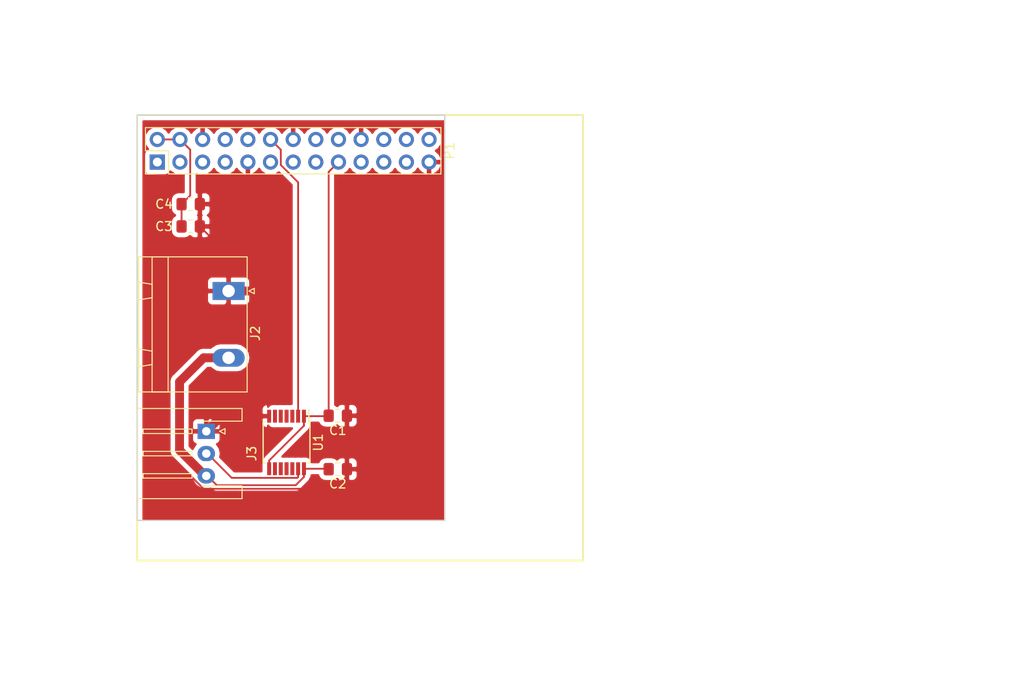
<source format=kicad_pcb>
(kicad_pcb (version 20171130) (host pcbnew "(5.0.0)")

  (general
    (thickness 1.6)
    (drawings 49)
    (tracks 59)
    (zones 0)
    (modules 8)
    (nets 31)
  )

  (page A3)
  (title_block
    (date "15 nov 2012")
  )

  (layers
    (0 F.Cu signal)
    (31 B.Cu signal)
    (32 B.Adhes user)
    (33 F.Adhes user)
    (34 B.Paste user)
    (35 F.Paste user)
    (36 B.SilkS user)
    (37 F.SilkS user)
    (38 B.Mask user)
    (39 F.Mask user)
    (40 Dwgs.User user)
    (41 Cmts.User user)
    (42 Eco1.User user)
    (43 Eco2.User user)
    (44 Edge.Cuts user)
  )

  (setup
    (last_trace_width 0.2)
    (user_trace_width 1)
    (trace_clearance 0.2)
    (zone_clearance 0.508)
    (zone_45_only no)
    (trace_min 0.1524)
    (segment_width 0.15)
    (edge_width 0.15)
    (via_size 0.9)
    (via_drill 0.6)
    (via_min_size 0.8)
    (via_min_drill 0.5)
    (uvia_size 0.5)
    (uvia_drill 0.1)
    (uvias_allowed no)
    (uvia_min_size 0.5)
    (uvia_min_drill 0.1)
    (pcb_text_width 0.3)
    (pcb_text_size 1 1)
    (mod_edge_width 0.15)
    (mod_text_size 1 1)
    (mod_text_width 0.15)
    (pad_size 1 1)
    (pad_drill 0.6)
    (pad_to_mask_clearance 0)
    (aux_axis_origin 143.5 181)
    (visible_elements 7FFFFFFF)
    (pcbplotparams
      (layerselection 0x00030_80000001)
      (usegerberextensions true)
      (usegerberattributes false)
      (usegerberadvancedattributes false)
      (creategerberjobfile false)
      (excludeedgelayer true)
      (linewidth 0.150000)
      (plotframeref false)
      (viasonmask false)
      (mode 1)
      (useauxorigin false)
      (hpglpennumber 1)
      (hpglpenspeed 20)
      (hpglpendiameter 15.000000)
      (psnegative false)
      (psa4output false)
      (plotreference true)
      (plotvalue true)
      (plotinvisibletext false)
      (padsonsilk false)
      (subtractmaskfromsilk false)
      (outputformat 1)
      (mirror false)
      (drillshape 1)
      (scaleselection 1)
      (outputdirectory ""))
  )

  (net 0 "")
  (net 1 +5V)
  (net 2 GND)
  (net 3 +3V3)
  (net 4 "/GPIO0(SDA)")
  (net 5 "/GPIO1(SCL)")
  (net 6 /GPIO4)
  (net 7 /TXD)
  (net 8 /RXD)
  (net 9 /GPIO17)
  (net 10 /GPIO18)
  (net 11 /GPIO21)
  (net 12 /GPIO22)
  (net 13 /GPIO23)
  (net 14 /GPIO24)
  (net 15 "/GPIO10(MOSI)")
  (net 16 "/GPIO9(MISO)")
  (net 17 /GPIO25)
  (net 18 "/GPIO11(SCLK)")
  (net 19 "/GPIO8(CE0)")
  (net 20 "/GPIO7(CE1)")
  (net 21 VDD)
  (net 22 "Net-(J3-Pad2)")
  (net 23 "Net-(U1-Pad3)")
  (net 24 "Net-(U1-Pad4)")
  (net 25 "Net-(U1-Pad5)")
  (net 26 "Net-(U1-Pad6)")
  (net 27 "Net-(U1-Pad9)")
  (net 28 "Net-(U1-Pad10)")
  (net 29 "Net-(U1-Pad11)")
  (net 30 "Net-(U1-Pad12)")

  (net_class Default "This is the default net class."
    (clearance 0.2)
    (trace_width 0.2)
    (via_dia 0.9)
    (via_drill 0.6)
    (uvia_dia 0.5)
    (uvia_drill 0.1)
    (add_net +3V3)
    (add_net +5V)
    (add_net "/GPIO0(SDA)")
    (add_net "/GPIO1(SCL)")
    (add_net "/GPIO10(MOSI)")
    (add_net "/GPIO11(SCLK)")
    (add_net /GPIO17)
    (add_net /GPIO18)
    (add_net /GPIO21)
    (add_net /GPIO22)
    (add_net /GPIO23)
    (add_net /GPIO24)
    (add_net /GPIO25)
    (add_net /GPIO4)
    (add_net "/GPIO7(CE1)")
    (add_net "/GPIO8(CE0)")
    (add_net "/GPIO9(MISO)")
    (add_net /RXD)
    (add_net /TXD)
    (add_net GND)
    (add_net "Net-(J3-Pad2)")
    (add_net "Net-(U1-Pad10)")
    (add_net "Net-(U1-Pad11)")
    (add_net "Net-(U1-Pad12)")
    (add_net "Net-(U1-Pad3)")
    (add_net "Net-(U1-Pad4)")
    (add_net "Net-(U1-Pad5)")
    (add_net "Net-(U1-Pad6)")
    (add_net "Net-(U1-Pad9)")
    (add_net VDD)
  )

  (net_class Power ""
    (clearance 0.2)
    (trace_width 0.5)
    (via_dia 1)
    (via_drill 0.7)
    (uvia_dia 0.5)
    (uvia_drill 0.1)
  )

  (module Connector_PinHeader_2.54mm:PinHeader_2x13_P2.54mm_Vertical locked (layer F.Cu) (tedit 59FED5CC) (tstamp 5A6DBEA3)
    (at 145.75536 130.27914 90)
    (descr "Through hole straight pin header, 2x13, 2.54mm pitch, double rows")
    (tags "Through hole pin header THT 2x13 2.54mm double row")
    (path /50A55ABA)
    (fp_text reference P1 (at 1.27 32.80664 270) (layer F.SilkS)
      (effects (font (size 1 1) (thickness 0.15)))
    )
    (fp_text value CONN_13X2 (at 1.27 32.81 90) (layer F.Fab)
      (effects (font (size 1 1) (thickness 0.15)))
    )
    (fp_text user %R (at 1.27 15.24 180) (layer F.Fab)
      (effects (font (size 1 1) (thickness 0.15)))
    )
    (fp_line (start 4.35 -1.8) (end -1.8 -1.8) (layer F.CrtYd) (width 0.05))
    (fp_line (start 4.35 32.25) (end 4.35 -1.8) (layer F.CrtYd) (width 0.05))
    (fp_line (start -1.8 32.25) (end 4.35 32.25) (layer F.CrtYd) (width 0.05))
    (fp_line (start -1.8 -1.8) (end -1.8 32.25) (layer F.CrtYd) (width 0.05))
    (fp_line (start -1.33 -1.33) (end 0 -1.33) (layer F.SilkS) (width 0.12))
    (fp_line (start -1.33 0) (end -1.33 -1.33) (layer F.SilkS) (width 0.12))
    (fp_line (start 1.27 -1.33) (end 3.87 -1.33) (layer F.SilkS) (width 0.12))
    (fp_line (start 1.27 1.27) (end 1.27 -1.33) (layer F.SilkS) (width 0.12))
    (fp_line (start -1.33 1.27) (end 1.27 1.27) (layer F.SilkS) (width 0.12))
    (fp_line (start 3.87 -1.33) (end 3.87 31.81) (layer F.SilkS) (width 0.12))
    (fp_line (start -1.33 1.27) (end -1.33 31.81) (layer F.SilkS) (width 0.12))
    (fp_line (start -1.33 31.81) (end 3.87 31.81) (layer F.SilkS) (width 0.12))
    (fp_line (start -1.27 0) (end 0 -1.27) (layer F.Fab) (width 0.1))
    (fp_line (start -1.27 31.75) (end -1.27 0) (layer F.Fab) (width 0.1))
    (fp_line (start 3.81 31.75) (end -1.27 31.75) (layer F.Fab) (width 0.1))
    (fp_line (start 3.81 -1.27) (end 3.81 31.75) (layer F.Fab) (width 0.1))
    (fp_line (start 0 -1.27) (end 3.81 -1.27) (layer F.Fab) (width 0.1))
    (pad 26 thru_hole oval (at 2.54 30.48 90) (size 1.7 1.7) (drill 1) (layers *.Cu *.Mask)
      (net 20 "/GPIO7(CE1)"))
    (pad 25 thru_hole oval (at 0 30.48 90) (size 1.7 1.7) (drill 1) (layers *.Cu *.Mask)
      (net 2 GND))
    (pad 24 thru_hole oval (at 2.54 27.94 90) (size 1.7 1.7) (drill 1) (layers *.Cu *.Mask)
      (net 19 "/GPIO8(CE0)"))
    (pad 23 thru_hole oval (at 0 27.94 90) (size 1.7 1.7) (drill 1) (layers *.Cu *.Mask)
      (net 18 "/GPIO11(SCLK)"))
    (pad 22 thru_hole oval (at 2.54 25.4 90) (size 1.7 1.7) (drill 1) (layers *.Cu *.Mask)
      (net 17 /GPIO25))
    (pad 21 thru_hole oval (at 0 25.4 90) (size 1.7 1.7) (drill 1) (layers *.Cu *.Mask)
      (net 16 "/GPIO9(MISO)"))
    (pad 20 thru_hole oval (at 2.54 22.86 90) (size 1.7 1.7) (drill 1) (layers *.Cu *.Mask)
      (net 2 GND))
    (pad 19 thru_hole oval (at 0 22.86 90) (size 1.7 1.7) (drill 1) (layers *.Cu *.Mask)
      (net 15 "/GPIO10(MOSI)"))
    (pad 18 thru_hole oval (at 2.54 20.32 90) (size 1.7 1.7) (drill 1) (layers *.Cu *.Mask)
      (net 14 /GPIO24))
    (pad 17 thru_hole oval (at 0 20.32 90) (size 1.7 1.7) (drill 1) (layers *.Cu *.Mask)
      (net 3 +3V3))
    (pad 16 thru_hole oval (at 2.54 17.78 90) (size 1.7 1.7) (drill 1) (layers *.Cu *.Mask)
      (net 13 /GPIO23))
    (pad 15 thru_hole oval (at 0 17.78 90) (size 1.7 1.7) (drill 1) (layers *.Cu *.Mask)
      (net 12 /GPIO22))
    (pad 14 thru_hole oval (at 2.54 15.24 90) (size 1.7 1.7) (drill 1) (layers *.Cu *.Mask)
      (net 2 GND))
    (pad 13 thru_hole oval (at 0 15.24 90) (size 1.7 1.7) (drill 1) (layers *.Cu *.Mask)
      (net 11 /GPIO21))
    (pad 12 thru_hole oval (at 2.54 12.7 90) (size 1.7 1.7) (drill 1) (layers *.Cu *.Mask)
      (net 10 /GPIO18))
    (pad 11 thru_hole oval (at 0 12.7 90) (size 1.7 1.7) (drill 1) (layers *.Cu *.Mask)
      (net 9 /GPIO17))
    (pad 10 thru_hole oval (at 2.54 10.16 90) (size 1.7 1.7) (drill 1) (layers *.Cu *.Mask)
      (net 8 /RXD))
    (pad 9 thru_hole oval (at 0 10.16 90) (size 1.7 1.7) (drill 1) (layers *.Cu *.Mask)
      (net 2 GND))
    (pad 8 thru_hole oval (at 2.54 7.62 90) (size 1.7 1.7) (drill 1) (layers *.Cu *.Mask)
      (net 7 /TXD))
    (pad 7 thru_hole oval (at 0 7.62 90) (size 1.7 1.7) (drill 1) (layers *.Cu *.Mask)
      (net 6 /GPIO4))
    (pad 6 thru_hole oval (at 2.54 5.08 90) (size 1.7 1.7) (drill 1) (layers *.Cu *.Mask)
      (net 2 GND))
    (pad 5 thru_hole oval (at 0 5.08 90) (size 1.7 1.7) (drill 1) (layers *.Cu *.Mask)
      (net 5 "/GPIO1(SCL)"))
    (pad 4 thru_hole oval (at 2.54 2.54 90) (size 1.7 1.7) (drill 1) (layers *.Cu *.Mask)
      (net 1 +5V))
    (pad 3 thru_hole oval (at 0 2.54 90) (size 1.7 1.7) (drill 1) (layers *.Cu *.Mask)
      (net 4 "/GPIO0(SDA)"))
    (pad 2 thru_hole oval (at 2.54 0 90) (size 1.7 1.7) (drill 1) (layers *.Cu *.Mask)
      (net 1 +5V))
    (pad 1 thru_hole rect (at 0 0 90) (size 1.7 1.7) (drill 1) (layers *.Cu *.Mask)
      (net 3 +3V3))
    (model ${KISYS3DMOD}/Connector_PinHeader_2.54mm.3dshapes/PinHeader_2x13_P2.54mm_Vertical.wrl
      (offset (xyz 2.5 0 -2))
      (scale (xyz 1 1 1))
      (rotate (xyz 0 -180 0))
    )
  )

  (module Capacitor_SMD:C_0805_2012Metric_Pad1.15x1.40mm_HandSolder (layer F.Cu) (tedit 5B36C52B) (tstamp 5B6DFEAF)
    (at 166 158.75 180)
    (descr "Capacitor SMD 0805 (2012 Metric), square (rectangular) end terminal, IPC_7351 nominal with elongated pad for handsoldering. (Body size source: https://docs.google.com/spreadsheets/d/1BsfQQcO9C6DZCsRaXUlFlo91Tg2WpOkGARC1WS5S8t0/edit?usp=sharing), generated with kicad-footprint-generator")
    (tags "capacitor handsolder")
    (path /5B61D30C)
    (attr smd)
    (fp_text reference C1 (at 0 -1.65 180) (layer F.SilkS)
      (effects (font (size 1 1) (thickness 0.15)))
    )
    (fp_text value 100n (at 0 1.65 180) (layer F.Fab)
      (effects (font (size 1 1) (thickness 0.15)))
    )
    (fp_line (start -1 0.6) (end -1 -0.6) (layer F.Fab) (width 0.1))
    (fp_line (start -1 -0.6) (end 1 -0.6) (layer F.Fab) (width 0.1))
    (fp_line (start 1 -0.6) (end 1 0.6) (layer F.Fab) (width 0.1))
    (fp_line (start 1 0.6) (end -1 0.6) (layer F.Fab) (width 0.1))
    (fp_line (start -0.261252 -0.71) (end 0.261252 -0.71) (layer F.SilkS) (width 0.12))
    (fp_line (start -0.261252 0.71) (end 0.261252 0.71) (layer F.SilkS) (width 0.12))
    (fp_line (start -1.85 0.95) (end -1.85 -0.95) (layer F.CrtYd) (width 0.05))
    (fp_line (start -1.85 -0.95) (end 1.85 -0.95) (layer F.CrtYd) (width 0.05))
    (fp_line (start 1.85 -0.95) (end 1.85 0.95) (layer F.CrtYd) (width 0.05))
    (fp_line (start 1.85 0.95) (end -1.85 0.95) (layer F.CrtYd) (width 0.05))
    (fp_text user %R (at 0 0 180) (layer F.Fab)
      (effects (font (size 0.5 0.5) (thickness 0.08)))
    )
    (pad 1 smd roundrect (at -1.025 0 180) (size 1.15 1.4) (layers F.Cu F.Paste F.Mask) (roundrect_rratio 0.217391)
      (net 2 GND))
    (pad 2 smd roundrect (at 1.025 0 180) (size 1.15 1.4) (layers F.Cu F.Paste F.Mask) (roundrect_rratio 0.217391)
      (net 3 +3V3))
    (model ${KISYS3DMOD}/Capacitor_SMD.3dshapes/C_0805_2012Metric.wrl
      (at (xyz 0 0 0))
      (scale (xyz 1 1 1))
      (rotate (xyz 0 0 0))
    )
  )

  (module Capacitor_SMD:C_0805_2012Metric_Pad1.15x1.40mm_HandSolder (layer F.Cu) (tedit 5B36C52B) (tstamp 5B6DFEC0)
    (at 166 164.75 180)
    (descr "Capacitor SMD 0805 (2012 Metric), square (rectangular) end terminal, IPC_7351 nominal with elongated pad for handsoldering. (Body size source: https://docs.google.com/spreadsheets/d/1BsfQQcO9C6DZCsRaXUlFlo91Tg2WpOkGARC1WS5S8t0/edit?usp=sharing), generated with kicad-footprint-generator")
    (tags "capacitor handsolder")
    (path /5B62537A)
    (attr smd)
    (fp_text reference C2 (at 0 -1.65 180) (layer F.SilkS)
      (effects (font (size 1 1) (thickness 0.15)))
    )
    (fp_text value 100n (at 0 1.65 180) (layer F.Fab)
      (effects (font (size 1 1) (thickness 0.15)))
    )
    (fp_text user %R (at 0 0 180) (layer F.Fab)
      (effects (font (size 0.5 0.5) (thickness 0.08)))
    )
    (fp_line (start 1.85 0.95) (end -1.85 0.95) (layer F.CrtYd) (width 0.05))
    (fp_line (start 1.85 -0.95) (end 1.85 0.95) (layer F.CrtYd) (width 0.05))
    (fp_line (start -1.85 -0.95) (end 1.85 -0.95) (layer F.CrtYd) (width 0.05))
    (fp_line (start -1.85 0.95) (end -1.85 -0.95) (layer F.CrtYd) (width 0.05))
    (fp_line (start -0.261252 0.71) (end 0.261252 0.71) (layer F.SilkS) (width 0.12))
    (fp_line (start -0.261252 -0.71) (end 0.261252 -0.71) (layer F.SilkS) (width 0.12))
    (fp_line (start 1 0.6) (end -1 0.6) (layer F.Fab) (width 0.1))
    (fp_line (start 1 -0.6) (end 1 0.6) (layer F.Fab) (width 0.1))
    (fp_line (start -1 -0.6) (end 1 -0.6) (layer F.Fab) (width 0.1))
    (fp_line (start -1 0.6) (end -1 -0.6) (layer F.Fab) (width 0.1))
    (pad 2 smd roundrect (at 1.025 0 180) (size 1.15 1.4) (layers F.Cu F.Paste F.Mask) (roundrect_rratio 0.217391)
      (net 21 VDD))
    (pad 1 smd roundrect (at -1.025 0 180) (size 1.15 1.4) (layers F.Cu F.Paste F.Mask) (roundrect_rratio 0.217391)
      (net 2 GND))
    (model ${KISYS3DMOD}/Capacitor_SMD.3dshapes/C_0805_2012Metric.wrl
      (at (xyz 0 0 0))
      (scale (xyz 1 1 1))
      (rotate (xyz 0 0 0))
    )
  )

  (module Capacitor_SMD:C_0805_2012Metric_Pad1.15x1.40mm_HandSolder (layer F.Cu) (tedit 5B36C52B) (tstamp 5B6DFED1)
    (at 149.5 137.5)
    (descr "Capacitor SMD 0805 (2012 Metric), square (rectangular) end terminal, IPC_7351 nominal with elongated pad for handsoldering. (Body size source: https://docs.google.com/spreadsheets/d/1BsfQQcO9C6DZCsRaXUlFlo91Tg2WpOkGARC1WS5S8t0/edit?usp=sharing), generated with kicad-footprint-generator")
    (tags "capacitor handsolder")
    (path /5B6268EF)
    (attr smd)
    (fp_text reference C3 (at -3 0) (layer F.SilkS)
      (effects (font (size 1 1) (thickness 0.15)))
    )
    (fp_text value 10u (at 0 1.65) (layer F.Fab)
      (effects (font (size 1 1) (thickness 0.15)))
    )
    (fp_line (start -1 0.6) (end -1 -0.6) (layer F.Fab) (width 0.1))
    (fp_line (start -1 -0.6) (end 1 -0.6) (layer F.Fab) (width 0.1))
    (fp_line (start 1 -0.6) (end 1 0.6) (layer F.Fab) (width 0.1))
    (fp_line (start 1 0.6) (end -1 0.6) (layer F.Fab) (width 0.1))
    (fp_line (start -0.261252 -0.71) (end 0.261252 -0.71) (layer F.SilkS) (width 0.12))
    (fp_line (start -0.261252 0.71) (end 0.261252 0.71) (layer F.SilkS) (width 0.12))
    (fp_line (start -1.85 0.95) (end -1.85 -0.95) (layer F.CrtYd) (width 0.05))
    (fp_line (start -1.85 -0.95) (end 1.85 -0.95) (layer F.CrtYd) (width 0.05))
    (fp_line (start 1.85 -0.95) (end 1.85 0.95) (layer F.CrtYd) (width 0.05))
    (fp_line (start 1.85 0.95) (end -1.85 0.95) (layer F.CrtYd) (width 0.05))
    (fp_text user %R (at 0 0) (layer F.Fab)
      (effects (font (size 0.5 0.5) (thickness 0.08)))
    )
    (pad 1 smd roundrect (at -1.025 0) (size 1.15 1.4) (layers F.Cu F.Paste F.Mask) (roundrect_rratio 0.217391)
      (net 1 +5V))
    (pad 2 smd roundrect (at 1.025 0) (size 1.15 1.4) (layers F.Cu F.Paste F.Mask) (roundrect_rratio 0.217391)
      (net 2 GND))
    (model ${KISYS3DMOD}/Capacitor_SMD.3dshapes/C_0805_2012Metric.wrl
      (at (xyz 0 0 0))
      (scale (xyz 1 1 1))
      (rotate (xyz 0 0 0))
    )
  )

  (module Capacitor_SMD:C_0805_2012Metric_Pad1.15x1.40mm_HandSolder (layer F.Cu) (tedit 5B36C52B) (tstamp 5B6DFEE2)
    (at 149.5 135)
    (descr "Capacitor SMD 0805 (2012 Metric), square (rectangular) end terminal, IPC_7351 nominal with elongated pad for handsoldering. (Body size source: https://docs.google.com/spreadsheets/d/1BsfQQcO9C6DZCsRaXUlFlo91Tg2WpOkGARC1WS5S8t0/edit?usp=sharing), generated with kicad-footprint-generator")
    (tags "capacitor handsolder")
    (path /5B62696B)
    (attr smd)
    (fp_text reference C4 (at -3 0) (layer F.SilkS)
      (effects (font (size 1 1) (thickness 0.15)))
    )
    (fp_text value 10u (at 0 1.65) (layer F.Fab)
      (effects (font (size 1 1) (thickness 0.15)))
    )
    (fp_text user %R (at 0 0) (layer F.Fab)
      (effects (font (size 0.5 0.5) (thickness 0.08)))
    )
    (fp_line (start 1.85 0.95) (end -1.85 0.95) (layer F.CrtYd) (width 0.05))
    (fp_line (start 1.85 -0.95) (end 1.85 0.95) (layer F.CrtYd) (width 0.05))
    (fp_line (start -1.85 -0.95) (end 1.85 -0.95) (layer F.CrtYd) (width 0.05))
    (fp_line (start -1.85 0.95) (end -1.85 -0.95) (layer F.CrtYd) (width 0.05))
    (fp_line (start -0.261252 0.71) (end 0.261252 0.71) (layer F.SilkS) (width 0.12))
    (fp_line (start -0.261252 -0.71) (end 0.261252 -0.71) (layer F.SilkS) (width 0.12))
    (fp_line (start 1 0.6) (end -1 0.6) (layer F.Fab) (width 0.1))
    (fp_line (start 1 -0.6) (end 1 0.6) (layer F.Fab) (width 0.1))
    (fp_line (start -1 -0.6) (end 1 -0.6) (layer F.Fab) (width 0.1))
    (fp_line (start -1 0.6) (end -1 -0.6) (layer F.Fab) (width 0.1))
    (pad 2 smd roundrect (at 1.025 0) (size 1.15 1.4) (layers F.Cu F.Paste F.Mask) (roundrect_rratio 0.217391)
      (net 2 GND))
    (pad 1 smd roundrect (at -1.025 0) (size 1.15 1.4) (layers F.Cu F.Paste F.Mask) (roundrect_rratio 0.217391)
      (net 1 +5V))
    (model ${KISYS3DMOD}/Capacitor_SMD.3dshapes/C_0805_2012Metric.wrl
      (at (xyz 0 0 0))
      (scale (xyz 1 1 1))
      (rotate (xyz 0 0 0))
    )
  )

  (module Connector_Phoenix_GMSTB:PhoenixContact_GMSTBA_2,5_2-G_1x02_P7.50mm_Horizontal (layer F.Cu) (tedit 5A00FA1F) (tstamp 5B6DFF06)
    (at 153.75 144.75 270)
    (descr "Generic Phoenix Contact connector footprint for: GMSTBA_2,5/2-G; number of pins: 02; pin pitch: 7.50mm; Angled || order number: 1766343 12A 630V")
    (tags "phoenix_contact connector GMSTBA_01x02_G_7.50mm")
    (path /5B617D4C)
    (fp_text reference J2 (at 4.75 -3 270) (layer F.SilkS)
      (effects (font (size 1 1) (thickness 0.15)))
    )
    (fp_text value Power_LEDs (at 3.75 11 270) (layer F.Fab)
      (effects (font (size 1 1) (thickness 0.15)))
    )
    (fp_line (start -3.83 -2.08) (end -3.83 10.08) (layer F.SilkS) (width 0.12))
    (fp_line (start -3.83 10.08) (end 11.33 10.08) (layer F.SilkS) (width 0.12))
    (fp_line (start 11.33 10.08) (end 11.33 -2.08) (layer F.SilkS) (width 0.12))
    (fp_line (start 11.33 -2.08) (end -3.83 -2.08) (layer F.SilkS) (width 0.12))
    (fp_line (start -3.75 -2) (end -3.75 10) (layer F.Fab) (width 0.1))
    (fp_line (start -3.75 10) (end 11.25 10) (layer F.Fab) (width 0.1))
    (fp_line (start 11.25 10) (end 11.25 -2) (layer F.Fab) (width 0.1))
    (fp_line (start 11.25 -2) (end -3.75 -2) (layer F.Fab) (width 0.1))
    (fp_line (start -3.83 8.58) (end -3.83 6.78) (layer F.SilkS) (width 0.12))
    (fp_line (start -3.83 6.78) (end 11.33 6.78) (layer F.SilkS) (width 0.12))
    (fp_line (start 11.33 6.78) (end 11.33 8.58) (layer F.SilkS) (width 0.12))
    (fp_line (start 11.33 8.58) (end -3.83 8.58) (layer F.SilkS) (width 0.12))
    (fp_line (start -1 10.08) (end 1 10.08) (layer F.SilkS) (width 0.12))
    (fp_line (start 1 10.08) (end 0.75 8.58) (layer F.SilkS) (width 0.12))
    (fp_line (start 0.75 8.58) (end -0.75 8.58) (layer F.SilkS) (width 0.12))
    (fp_line (start -0.75 8.58) (end -1 10.08) (layer F.SilkS) (width 0.12))
    (fp_line (start 6.5 10.08) (end 8.5 10.08) (layer F.SilkS) (width 0.12))
    (fp_line (start 8.5 10.08) (end 8.25 8.58) (layer F.SilkS) (width 0.12))
    (fp_line (start 8.25 8.58) (end 6.75 8.58) (layer F.SilkS) (width 0.12))
    (fp_line (start 6.75 8.58) (end 6.5 10.08) (layer F.SilkS) (width 0.12))
    (fp_line (start -4.25 -2.5) (end -4.25 10.5) (layer F.CrtYd) (width 0.05))
    (fp_line (start -4.25 10.5) (end 11.75 10.5) (layer F.CrtYd) (width 0.05))
    (fp_line (start 11.75 10.5) (end 11.75 -2.5) (layer F.CrtYd) (width 0.05))
    (fp_line (start 11.75 -2.5) (end -4.25 -2.5) (layer F.CrtYd) (width 0.05))
    (fp_line (start 0.3 -2.88) (end 0 -2.28) (layer F.SilkS) (width 0.12))
    (fp_line (start 0 -2.28) (end -0.3 -2.88) (layer F.SilkS) (width 0.12))
    (fp_line (start -0.3 -2.88) (end 0.3 -2.88) (layer F.SilkS) (width 0.12))
    (fp_line (start 0.95 -2) (end 0 -0.5) (layer F.Fab) (width 0.1))
    (fp_line (start 0 -0.5) (end -0.95 -2) (layer F.Fab) (width 0.1))
    (fp_text user %R (at 4.75 3 270) (layer F.Fab)
      (effects (font (size 1 1) (thickness 0.15)))
    )
    (pad 1 thru_hole rect (at 0 0 270) (size 2 3.6) (drill 1.4) (layers *.Cu *.Mask)
      (net 2 GND))
    (pad 2 thru_hole oval (at 7.5 0 270) (size 2 3.6) (drill 1.4) (layers *.Cu *.Mask)
      (net 21 VDD))
    (model ${KISYS3DMOD}/Connector_Phoenix_GMSTB.3dshapes/PhoenixContact_GMSTBA_2,5_2-G_1x02_P7.50mm_Horizontal.wrl
      (at (xyz 0 0 0))
      (scale (xyz 1 1 1))
      (rotate (xyz 0 0 0))
    )
  )

  (module Connector_JST:JST_XH_S03B-XH-A-1_1x03_P2.50mm_Horizontal (layer F.Cu) (tedit 5A0F0EAA) (tstamp 5B6DFF35)
    (at 151.25 160.5 270)
    (descr "JST XH series connector, S03B-XH-A-1 (http://www.jst-mfg.com/product/pdf/eng/eXH.pdf), generated with kicad-footprint-generator")
    (tags "connector JST XH top entry")
    (path /5B618089)
    (fp_text reference J3 (at 2.5 -5.1 270) (layer F.SilkS)
      (effects (font (size 1 1) (thickness 0.15)))
    )
    (fp_text value Output_LEDs (at 2.5 8.8 270) (layer F.Fab)
      (effects (font (size 1 1) (thickness 0.15)))
    )
    (fp_line (start -2.95 -4.4) (end -2.95 8.1) (layer F.CrtYd) (width 0.05))
    (fp_line (start -2.95 8.1) (end 7.95 8.1) (layer F.CrtYd) (width 0.05))
    (fp_line (start 7.95 8.1) (end 7.95 -4.4) (layer F.CrtYd) (width 0.05))
    (fp_line (start 7.95 -4.4) (end -2.95 -4.4) (layer F.CrtYd) (width 0.05))
    (fp_line (start 2.5 7.71) (end -2.56 7.71) (layer F.SilkS) (width 0.12))
    (fp_line (start -2.56 7.71) (end -2.56 -4.01) (layer F.SilkS) (width 0.12))
    (fp_line (start -2.56 -4.01) (end -1.14 -4.01) (layer F.SilkS) (width 0.12))
    (fp_line (start -1.14 -4.01) (end -1.14 0.49) (layer F.SilkS) (width 0.12))
    (fp_line (start 2.5 7.71) (end 7.56 7.71) (layer F.SilkS) (width 0.12))
    (fp_line (start 7.56 7.71) (end 7.56 -4.01) (layer F.SilkS) (width 0.12))
    (fp_line (start 7.56 -4.01) (end 6.14 -4.01) (layer F.SilkS) (width 0.12))
    (fp_line (start 6.14 -4.01) (end 6.14 0.49) (layer F.SilkS) (width 0.12))
    (fp_line (start 2.5 7.6) (end -2.45 7.6) (layer F.Fab) (width 0.1))
    (fp_line (start -2.45 7.6) (end -2.45 -3.9) (layer F.Fab) (width 0.1))
    (fp_line (start -2.45 -3.9) (end -1.25 -3.9) (layer F.Fab) (width 0.1))
    (fp_line (start -1.25 -3.9) (end -1.25 0.6) (layer F.Fab) (width 0.1))
    (fp_line (start -1.25 0.6) (end 2.5 0.6) (layer F.Fab) (width 0.1))
    (fp_line (start 2.5 7.6) (end 7.45 7.6) (layer F.Fab) (width 0.1))
    (fp_line (start 7.45 7.6) (end 7.45 -3.9) (layer F.Fab) (width 0.1))
    (fp_line (start 7.45 -3.9) (end 6.25 -3.9) (layer F.Fab) (width 0.1))
    (fp_line (start 6.25 -3.9) (end 6.25 0.6) (layer F.Fab) (width 0.1))
    (fp_line (start 6.25 0.6) (end 2.5 0.6) (layer F.Fab) (width 0.1))
    (fp_line (start -0.25 1.6) (end -0.25 7.1) (layer F.SilkS) (width 0.12))
    (fp_line (start -0.25 7.1) (end 0.25 7.1) (layer F.SilkS) (width 0.12))
    (fp_line (start 0.25 7.1) (end 0.25 1.6) (layer F.SilkS) (width 0.12))
    (fp_line (start 0.25 1.6) (end -0.25 1.6) (layer F.SilkS) (width 0.12))
    (fp_line (start 2.25 1.6) (end 2.25 7.1) (layer F.SilkS) (width 0.12))
    (fp_line (start 2.25 7.1) (end 2.75 7.1) (layer F.SilkS) (width 0.12))
    (fp_line (start 2.75 7.1) (end 2.75 1.6) (layer F.SilkS) (width 0.12))
    (fp_line (start 2.75 1.6) (end 2.25 1.6) (layer F.SilkS) (width 0.12))
    (fp_line (start 4.75 1.6) (end 4.75 7.1) (layer F.SilkS) (width 0.12))
    (fp_line (start 4.75 7.1) (end 5.25 7.1) (layer F.SilkS) (width 0.12))
    (fp_line (start 5.25 7.1) (end 5.25 1.6) (layer F.SilkS) (width 0.12))
    (fp_line (start 5.25 1.6) (end 4.75 1.6) (layer F.SilkS) (width 0.12))
    (fp_line (start 0 -1.5) (end -0.3 -2.1) (layer F.SilkS) (width 0.12))
    (fp_line (start -0.3 -2.1) (end 0.3 -2.1) (layer F.SilkS) (width 0.12))
    (fp_line (start 0.3 -2.1) (end 0 -1.5) (layer F.SilkS) (width 0.12))
    (fp_line (start -0.625 0.6) (end 0 -0.4) (layer F.Fab) (width 0.1))
    (fp_line (start 0 -0.4) (end 0.625 0.6) (layer F.Fab) (width 0.1))
    (fp_text user %R (at 2.5 1.85 270) (layer F.Fab)
      (effects (font (size 1 1) (thickness 0.15)))
    )
    (pad 1 thru_hole rect (at 0 0 270) (size 1.7 1.95) (drill 0.95) (layers *.Cu *.Mask)
      (net 2 GND))
    (pad 2 thru_hole oval (at 2.5 0 270) (size 1.7 1.95) (drill 0.95) (layers *.Cu *.Mask)
      (net 22 "Net-(J3-Pad2)"))
    (pad 3 thru_hole oval (at 5 0 270) (size 1.7 1.95) (drill 0.95) (layers *.Cu *.Mask)
      (net 21 VDD))
    (model ${KISYS3DMOD}/Connector_JST.3dshapes/JST_XH_S03B-XH-A-1_1x03_P2.50mm_Horizontal.wrl
      (at (xyz 0 0 0))
      (scale (xyz 1 1 1))
      (rotate (xyz 0 0 0))
    )
  )

  (module Package_SO:TSSOP-14_4.4x5mm_P0.65mm (layer F.Cu) (tedit 5A02F25C) (tstamp 5B6DFF58)
    (at 160.25 161.75 270)
    (descr "14-Lead Plastic Thin Shrink Small Outline (ST)-4.4 mm Body [TSSOP] (see Microchip Packaging Specification 00000049BS.pdf)")
    (tags "SSOP 0.65")
    (path /5B61A231)
    (attr smd)
    (fp_text reference U1 (at 0 -3.55 270) (layer F.SilkS)
      (effects (font (size 1 1) (thickness 0.15)))
    )
    (fp_text value TXB0104PW (at 0 3.55 270) (layer F.Fab)
      (effects (font (size 1 1) (thickness 0.15)))
    )
    (fp_line (start -1.2 -2.5) (end 2.2 -2.5) (layer F.Fab) (width 0.15))
    (fp_line (start 2.2 -2.5) (end 2.2 2.5) (layer F.Fab) (width 0.15))
    (fp_line (start 2.2 2.5) (end -2.2 2.5) (layer F.Fab) (width 0.15))
    (fp_line (start -2.2 2.5) (end -2.2 -1.5) (layer F.Fab) (width 0.15))
    (fp_line (start -2.2 -1.5) (end -1.2 -2.5) (layer F.Fab) (width 0.15))
    (fp_line (start -3.95 -2.8) (end -3.95 2.8) (layer F.CrtYd) (width 0.05))
    (fp_line (start 3.95 -2.8) (end 3.95 2.8) (layer F.CrtYd) (width 0.05))
    (fp_line (start -3.95 -2.8) (end 3.95 -2.8) (layer F.CrtYd) (width 0.05))
    (fp_line (start -3.95 2.8) (end 3.95 2.8) (layer F.CrtYd) (width 0.05))
    (fp_line (start -2.325 -2.625) (end -2.325 -2.5) (layer F.SilkS) (width 0.15))
    (fp_line (start 2.325 -2.625) (end 2.325 -2.4) (layer F.SilkS) (width 0.15))
    (fp_line (start 2.325 2.625) (end 2.325 2.4) (layer F.SilkS) (width 0.15))
    (fp_line (start -2.325 2.625) (end -2.325 2.4) (layer F.SilkS) (width 0.15))
    (fp_line (start -2.325 -2.625) (end 2.325 -2.625) (layer F.SilkS) (width 0.15))
    (fp_line (start -2.325 2.625) (end 2.325 2.625) (layer F.SilkS) (width 0.15))
    (fp_line (start -2.325 -2.5) (end -3.675 -2.5) (layer F.SilkS) (width 0.15))
    (fp_text user %R (at 0 0 270) (layer F.Fab)
      (effects (font (size 0.8 0.8) (thickness 0.15)))
    )
    (pad 1 smd rect (at -2.95 -1.95 270) (size 1.45 0.45) (layers F.Cu F.Paste F.Mask)
      (net 3 +3V3))
    (pad 2 smd rect (at -2.95 -1.3 270) (size 1.45 0.45) (layers F.Cu F.Paste F.Mask)
      (net 10 /GPIO18))
    (pad 3 smd rect (at -2.95 -0.65 270) (size 1.45 0.45) (layers F.Cu F.Paste F.Mask)
      (net 23 "Net-(U1-Pad3)"))
    (pad 4 smd rect (at -2.95 0 270) (size 1.45 0.45) (layers F.Cu F.Paste F.Mask)
      (net 24 "Net-(U1-Pad4)"))
    (pad 5 smd rect (at -2.95 0.65 270) (size 1.45 0.45) (layers F.Cu F.Paste F.Mask)
      (net 25 "Net-(U1-Pad5)"))
    (pad 6 smd rect (at -2.95 1.3 270) (size 1.45 0.45) (layers F.Cu F.Paste F.Mask)
      (net 26 "Net-(U1-Pad6)"))
    (pad 7 smd rect (at -2.95 1.95 270) (size 1.45 0.45) (layers F.Cu F.Paste F.Mask)
      (net 2 GND))
    (pad 8 smd rect (at 2.95 1.95 270) (size 1.45 0.45) (layers F.Cu F.Paste F.Mask)
      (net 3 +3V3))
    (pad 9 smd rect (at 2.95 1.3 270) (size 1.45 0.45) (layers F.Cu F.Paste F.Mask)
      (net 27 "Net-(U1-Pad9)"))
    (pad 10 smd rect (at 2.95 0.65 270) (size 1.45 0.45) (layers F.Cu F.Paste F.Mask)
      (net 28 "Net-(U1-Pad10)"))
    (pad 11 smd rect (at 2.95 0 270) (size 1.45 0.45) (layers F.Cu F.Paste F.Mask)
      (net 29 "Net-(U1-Pad11)"))
    (pad 12 smd rect (at 2.95 -0.65 270) (size 1.45 0.45) (layers F.Cu F.Paste F.Mask)
      (net 30 "Net-(U1-Pad12)"))
    (pad 13 smd rect (at 2.95 -1.3 270) (size 1.45 0.45) (layers F.Cu F.Paste F.Mask)
      (net 22 "Net-(J3-Pad2)"))
    (pad 14 smd rect (at 2.95 -1.95 270) (size 1.45 0.45) (layers F.Cu F.Paste F.Mask)
      (net 21 VDD))
    (model ${KISYS3DMOD}/Package_SO.3dshapes/TSSOP-14_4.4x5mm_P0.65mm.wrl
      (at (xyz 0 0 0))
      (scale (xyz 1 1 1))
      (rotate (xyz 0 0 0))
    )
  )

  (gr_line (start 143.5 170.5) (end 143.5 125) (layer Edge.Cuts) (width 0.15))
  (gr_line (start 178 170.5) (end 143.5 170.5) (layer Edge.Cuts) (width 0.15))
  (gr_line (start 178 125) (end 178 170.5) (layer Edge.Cuts) (width 0.15))
  (gr_line (start 143.5 125) (end 178 125) (layer Edge.Cuts) (width 0.15))
  (gr_line (start 143.5 175) (end 143.5 125) (layer F.SilkS) (width 0.2))
  (gr_line (start 193.5 175) (end 143.5 175) (layer F.SilkS) (width 0.2))
  (gr_line (start 193.5 125) (end 193.5 175) (layer F.SilkS) (width 0.2))
  (gr_line (start 143.5 125) (end 193.5 125) (layer F.SilkS) (width 0.2))
  (gr_text "RASPBERRY-PI ADDON BOARD\nVIEW FROM TOP\nNOTE: P1 SHOULD BE FITTED ON THE REVERSE OF THE BOARD" (at 144 183.5) (layer Dwgs.User)
    (effects (font (size 2 1.7) (thickness 0.12)) (justify left))
  )
  (dimension 56 (width 0.12) (layer Dwgs.User)
    (gr_text "56.000 mm" (at 132 153 90) (layer Dwgs.User)
      (effects (font (size 1 1) (thickness 0.12)))
    )
    (feature1 (pts (xy 143.5 125) (xy 131 125)))
    (feature2 (pts (xy 143.5 181) (xy 131 181)))
    (crossbar (pts (xy 133 181) (xy 133 125)))
    (arrow1a (pts (xy 133 125) (xy 133.58642 126.126503)))
    (arrow1b (pts (xy 133 125) (xy 132.41358 126.126503)))
    (arrow2a (pts (xy 133 181) (xy 133.58642 179.873497)))
    (arrow2b (pts (xy 133 181) (xy 132.41358 179.873497)))
  )
  (dimension 85 (width 0.12) (layer Dwgs.User)
    (gr_text "85.000 mm" (at 186 113.000001) (layer Dwgs.User)
      (effects (font (size 1 1) (thickness 0.12)))
    )
    (feature1 (pts (xy 228.5 125) (xy 228.5 112.000001)))
    (feature2 (pts (xy 143.5 125) (xy 143.5 112.000001)))
    (crossbar (pts (xy 143.5 114.000001) (xy 228.5 114.000001)))
    (arrow1a (pts (xy 228.5 114.000001) (xy 227.373497 114.586421)))
    (arrow1b (pts (xy 228.5 114.000001) (xy 227.373497 113.413581)))
    (arrow2a (pts (xy 143.5 114.000001) (xy 144.626503 114.586421)))
    (arrow2b (pts (xy 143.5 114.000001) (xy 144.626503 113.413581)))
  )
  (gr_text "RCA\nREMOVE WITH\nSTD HEADERS\n!NO TH ABOVE!" (at 188.5 118) (layer Dwgs.User)
    (effects (font (size 1 1) (thickness 0.12)))
  )
  (gr_text "1/8\" JACK\nOK WITH STD\nHEADERS\n!NO TH ABOVE!" (at 207.5 118) (layer Dwgs.User)
    (effects (font (size 1 1) (thickness 0.12)))
  )
  (gr_line (start 228.5 142) (end 228.5 125) (angle 90) (layer Dwgs.User) (width 0.15))
  (gr_line (start 217.5 142) (end 228.5 142) (angle 90) (layer Dwgs.User) (width 0.15))
  (gr_line (start 217.5 157) (end 217.5 142) (angle 90) (layer Dwgs.User) (width 0.15))
  (gr_line (start 228.5 157) (end 217.5 157) (angle 90) (layer Dwgs.User) (width 0.15))
  (gr_line (start 228.5 181) (end 228.5 157) (angle 90) (layer Dwgs.User) (width 0.15))
  (gr_text "DOUBLE USB\nCUTOUT FOR ALL\nBOARDS" (at 236.5 149) (layer Dwgs.User)
    (effects (font (size 1 1) (thickness 0.12)))
  )
  (gr_text "RJ45\nCUTOUT FOR STD\nHEADERS\n!NO TH ABOVE!" (at 236.5 170) (layer Dwgs.User)
    (effects (font (size 1 1) (thickness 0.12)))
  )
  (gr_line (start 207.5 181) (end 228.5 162) (angle 90) (layer Dwgs.User) (width 0.2))
  (gr_line (start 207.5 162) (end 228.5 181) (angle 90) (layer Dwgs.User) (width 0.2))
  (gr_line (start 207.5 162) (end 228.5 162) (angle 90) (layer Dwgs.User) (width 0.2))
  (gr_line (start 207.5 181) (end 207.5 162) (angle 90) (layer Dwgs.User) (width 0.2))
  (gr_line (start 228.5 181) (end 207.5 181) (angle 90) (layer Dwgs.User) (width 0.2))
  (gr_line (start 228.5 162) (end 228.5 181) (angle 90) (layer Dwgs.User) (width 0.2))
  (gr_line (start 217.5 157) (end 228.5 142) (angle 90) (layer Dwgs.User) (width 0.2))
  (gr_line (start 217.5 142) (end 228.5 157) (angle 90) (layer Dwgs.User) (width 0.2))
  (gr_line (start 217.5 142) (end 228.5 142) (angle 90) (layer Dwgs.User) (width 0.2))
  (gr_line (start 217.5 157) (end 217.5 142) (angle 90) (layer Dwgs.User) (width 0.2))
  (gr_line (start 228.5 157) (end 217.5 157) (angle 90) (layer Dwgs.User) (width 0.2))
  (gr_line (start 228.5 142) (end 228.5 157) (angle 90) (layer Dwgs.User) (width 0.2))
  (gr_line (start 182.5 125) (end 194.5 139) (angle 90) (layer Dwgs.User) (width 0.2))
  (gr_line (start 182.5 139) (end 194.5 125) (angle 90) (layer Dwgs.User) (width 0.2))
  (gr_line (start 194.5 139) (end 194.5 138) (angle 90) (layer Dwgs.User) (width 0.2))
  (gr_line (start 182.5 139) (end 194.5 139) (angle 90) (layer Dwgs.User) (width 0.2))
  (gr_line (start 182.5 138) (end 182.5 139) (angle 90) (layer Dwgs.User) (width 0.2))
  (gr_line (start 214.5 125) (end 200.5 138) (angle 90) (layer Dwgs.User) (width 0.2))
  (gr_line (start 200.5 125) (end 214.5 138) (angle 90) (layer Dwgs.User) (width 0.2))
  (gr_line (start 200.5 138) (end 200.5 125) (angle 90) (layer Dwgs.User) (width 0.2))
  (gr_line (start 214.5 138) (end 200.5 138) (angle 90) (layer Dwgs.User) (width 0.2))
  (gr_line (start 214.5 125) (end 214.5 138) (angle 90) (layer Dwgs.User) (width 0.2))
  (gr_line (start 200.5 125) (end 214.5 125) (angle 90) (layer Dwgs.User) (width 0.2))
  (gr_line (start 194.5 125) (end 182.5 125) (angle 90) (layer Dwgs.User) (width 0.2))
  (gr_line (start 194.5 138) (end 194.5 125) (angle 90) (layer Dwgs.User) (width 0.2))
  (gr_line (start 182.5 125) (end 182.5 138) (angle 90) (layer Dwgs.User) (width 0.2))
  (gr_line (start 228.5 125) (end 143.5 125) (angle 90) (layer Dwgs.User) (width 0.15))
  (gr_line (start 143.5 181) (end 228.5 181) (angle 90) (layer Dwgs.User) (width 0.15))
  (gr_line (start 143.5 125) (end 143.5 181) (angle 90) (layer Dwgs.User) (width 0.15))

  (segment (start 146.957441 127.73914) (end 148.29536 127.73914) (width 0.2) (layer F.Cu) (net 1))
  (segment (start 145.75536 127.73914) (end 146.957441 127.73914) (width 0.2) (layer F.Cu) (net 1))
  (segment (start 148.475 136.7) (end 148.475 135) (width 0.2) (layer F.Cu) (net 1))
  (segment (start 148.475 137.5) (end 148.475 136.7) (width 0.2) (layer F.Cu) (net 1))
  (segment (start 149.145359 128.589139) (end 148.29536 127.73914) (width 0.2) (layer F.Cu) (net 1))
  (segment (start 149.445361 128.889141) (end 149.145359 128.589139) (width 0.2) (layer F.Cu) (net 1))
  (segment (start 149.445361 134.029639) (end 149.445361 128.889141) (width 0.2) (layer F.Cu) (net 1))
  (segment (start 148.475 135) (end 149.445361 134.029639) (width 0.2) (layer F.Cu) (net 1))
  (segment (start 167.025 164.75) (end 167.025 158.75) (width 0.2) (layer F.Cu) (net 2))
  (segment (start 156.55 144.75) (end 157.25 145.45) (width 1) (layer F.Cu) (net 2))
  (segment (start 153.75 144.75) (end 156.55 144.75) (width 1) (layer F.Cu) (net 2))
  (segment (start 157.25 145.45) (end 157.25 154.5) (width 1) (layer F.Cu) (net 2))
  (segment (start 153.05 158.8) (end 153 158.75) (width 0.2) (layer F.Cu) (net 2))
  (segment (start 158.3 158.8) (end 153.05 158.8) (width 0.2) (layer F.Cu) (net 2))
  (segment (start 157.25 154.5) (end 153 158.75) (width 1) (layer F.Cu) (net 2))
  (segment (start 153 158.75) (end 151.25 160.5) (width 1) (layer F.Cu) (net 2))
  (segment (start 153.75 140.725) (end 150.525 137.5) (width 0.2) (layer F.Cu) (net 2))
  (segment (start 153.75 144.75) (end 153.75 140.725) (width 0.2) (layer F.Cu) (net 2))
  (segment (start 150.525 135) (end 154.5 135) (width 0.2) (layer F.Cu) (net 2))
  (segment (start 155.91536 133.58464) (end 155.91536 130.27914) (width 0.2) (layer F.Cu) (net 2))
  (segment (start 154.5 135) (end 155.91536 133.58464) (width 0.2) (layer F.Cu) (net 2))
  (segment (start 150.525 135) (end 150.525 137.5) (width 0.2) (layer F.Cu) (net 2))
  (segment (start 150.948651 166.95001) (end 145 161.001359) (width 0.2) (layer F.Cu) (net 2))
  (segment (start 165.62499 166.95001) (end 150.948651 166.95001) (width 0.2) (layer F.Cu) (net 2))
  (segment (start 167.025 164.75) (end 167.025 165.55) (width 0.2) (layer F.Cu) (net 2))
  (segment (start 167.025 165.55) (end 165.62499 166.95001) (width 0.2) (layer F.Cu) (net 2))
  (segment (start 153.75 145.95) (end 153.75 144.75) (width 0.2) (layer F.Cu) (net 2))
  (segment (start 145 154.7) (end 153.75 145.95) (width 0.2) (layer F.Cu) (net 2))
  (segment (start 145 161.001359) (end 145 154.7) (width 0.2) (layer F.Cu) (net 2))
  (segment (start 164.925 158.8) (end 164.975 158.75) (width 0.2) (layer F.Cu) (net 3))
  (segment (start 162.2 158.8) (end 164.925 158.8) (width 0.2) (layer F.Cu) (net 3))
  (segment (start 162.2 159.725) (end 162.2 158.8) (width 0.2) (layer F.Cu) (net 3))
  (segment (start 162.2 159.875) (end 162.2 159.725) (width 0.2) (layer F.Cu) (net 3))
  (segment (start 158.3 163.775) (end 162.2 159.875) (width 0.2) (layer F.Cu) (net 3))
  (segment (start 158.3 164.7) (end 158.3 163.775) (width 0.2) (layer F.Cu) (net 3))
  (segment (start 164.975 131.3795) (end 164.975 158.75) (width 0.2) (layer F.Cu) (net 3))
  (segment (start 166.07536 130.27914) (end 164.975 131.3795) (width 0.2) (layer F.Cu) (net 3))
  (segment (start 159.305359 128.589139) (end 158.45536 127.73914) (width 0.2) (layer F.Cu) (net 10))
  (segment (start 159.605361 128.889141) (end 159.305359 128.589139) (width 0.2) (layer F.Cu) (net 10))
  (segment (start 159.605361 130.605361) (end 159.605361 128.889141) (width 0.2) (layer F.Cu) (net 10))
  (segment (start 161.55 132.55) (end 159.605361 130.605361) (width 0.2) (layer F.Cu) (net 10))
  (segment (start 161.55 158.8) (end 161.55 132.55) (width 0.2) (layer F.Cu) (net 10))
  (segment (start 164.925 164.7) (end 164.975 164.75) (width 0.2) (layer F.Cu) (net 21))
  (segment (start 162.2 164.7) (end 164.925 164.7) (width 0.2) (layer F.Cu) (net 21))
  (segment (start 151.375 165.5) (end 151.25 165.5) (width 0.2) (layer F.Cu) (net 21))
  (segment (start 152.425 166.55) (end 151.375 165.5) (width 0.2) (layer F.Cu) (net 21))
  (segment (start 161.275 166.55) (end 152.425 166.55) (width 0.2) (layer F.Cu) (net 21))
  (segment (start 162.2 165.625) (end 161.275 166.55) (width 0.2) (layer F.Cu) (net 21))
  (segment (start 162.2 164.7) (end 162.2 165.625) (width 0.2) (layer F.Cu) (net 21))
  (segment (start 150.95 152.25) (end 148.25 154.95) (width 1) (layer F.Cu) (net 21))
  (segment (start 153.75 152.25) (end 150.95 152.25) (width 1) (layer F.Cu) (net 21))
  (segment (start 151.125 165.5) (end 151.25 165.5) (width 1) (layer F.Cu) (net 21))
  (segment (start 148.25 162.625) (end 151.125 165.5) (width 1) (layer F.Cu) (net 21))
  (segment (start 148.25 154.95) (end 148.25 162.625) (width 1) (layer F.Cu) (net 21))
  (segment (start 161.55 165.625) (end 161.55 164.7) (width 0.2) (layer F.Cu) (net 22))
  (segment (start 161.449999 165.725001) (end 161.55 165.625) (width 0.2) (layer F.Cu) (net 22))
  (segment (start 154.100001 165.725001) (end 161.449999 165.725001) (width 0.2) (layer F.Cu) (net 22))
  (segment (start 151.375 163) (end 154.100001 165.725001) (width 0.2) (layer F.Cu) (net 22))
  (segment (start 151.25 163) (end 151.375 163) (width 0.2) (layer F.Cu) (net 22))

  (zone (net 2) (net_name GND) (layer F.Cu) (tstamp 0) (hatch edge 0.508)
    (connect_pads (clearance 0.508))
    (min_thickness 0.254)
    (fill yes (arc_segments 16) (thermal_gap 0.508) (thermal_bridge_width 0.508))
    (polygon
      (pts
        (xy 143.5 125) (xy 178 125) (xy 178 170.5) (xy 143.5 170.5)
      )
    )
    (filled_polygon
      (pts
        (xy 177.873 170.373) (xy 144.21 170.373) (xy 144.21 145.03575) (xy 151.315 145.03575) (xy 151.315 145.876309)
        (xy 151.411673 146.109698) (xy 151.590301 146.288327) (xy 151.82369 146.385) (xy 153.46425 146.385) (xy 153.623 146.22625)
        (xy 153.623 144.877) (xy 153.877 144.877) (xy 153.877 146.22625) (xy 154.03575 146.385) (xy 155.67631 146.385)
        (xy 155.909699 146.288327) (xy 156.088327 146.109698) (xy 156.185 145.876309) (xy 156.185 145.03575) (xy 156.02625 144.877)
        (xy 153.877 144.877) (xy 153.623 144.877) (xy 151.47375 144.877) (xy 151.315 145.03575) (xy 144.21 145.03575)
        (xy 144.21 143.623691) (xy 151.315 143.623691) (xy 151.315 144.46425) (xy 151.47375 144.623) (xy 153.623 144.623)
        (xy 153.623 143.27375) (xy 153.877 143.27375) (xy 153.877 144.623) (xy 156.02625 144.623) (xy 156.185 144.46425)
        (xy 156.185 143.623691) (xy 156.088327 143.390302) (xy 155.909699 143.211673) (xy 155.67631 143.115) (xy 154.03575 143.115)
        (xy 153.877 143.27375) (xy 153.623 143.27375) (xy 153.46425 143.115) (xy 151.82369 143.115) (xy 151.590301 143.211673)
        (xy 151.411673 143.390302) (xy 151.315 143.623691) (xy 144.21 143.623691) (xy 144.21 127.73914) (xy 144.241268 127.73914)
        (xy 144.356521 128.318558) (xy 144.684735 128.809765) (xy 144.702979 128.821956) (xy 144.657595 128.830983) (xy 144.447551 128.971331)
        (xy 144.307203 129.181375) (xy 144.25792 129.42914) (xy 144.25792 131.12914) (xy 144.307203 131.376905) (xy 144.447551 131.586949)
        (xy 144.657595 131.727297) (xy 144.90536 131.77658) (xy 146.60536 131.77658) (xy 146.853125 131.727297) (xy 147.063169 131.586949)
        (xy 147.203517 131.376905) (xy 147.212544 131.331521) (xy 147.224735 131.349765) (xy 147.715942 131.677979) (xy 148.149104 131.76414)
        (xy 148.441616 131.76414) (xy 148.710361 131.710683) (xy 148.710361 133.65256) (xy 148.149999 133.65256) (xy 147.806564 133.720873)
        (xy 147.515414 133.915414) (xy 147.320873 134.206564) (xy 147.25256 134.549999) (xy 147.25256 135.450001) (xy 147.320873 135.793436)
        (xy 147.515414 136.084586) (xy 147.74 136.23465) (xy 147.74 136.26535) (xy 147.515414 136.415414) (xy 147.320873 136.706564)
        (xy 147.25256 137.049999) (xy 147.25256 137.950001) (xy 147.320873 138.293436) (xy 147.515414 138.584586) (xy 147.806564 138.779127)
        (xy 148.149999 138.84744) (xy 148.800001 138.84744) (xy 149.143436 138.779127) (xy 149.434586 138.584586) (xy 149.435377 138.583403)
        (xy 149.590302 138.738327) (xy 149.823691 138.835) (xy 150.23925 138.835) (xy 150.398 138.67625) (xy 150.398 137.627)
        (xy 150.652 137.627) (xy 150.652 138.67625) (xy 150.81075 138.835) (xy 151.226309 138.835) (xy 151.459698 138.738327)
        (xy 151.638327 138.559699) (xy 151.735 138.32631) (xy 151.735 137.78575) (xy 151.57625 137.627) (xy 150.652 137.627)
        (xy 150.398 137.627) (xy 150.378 137.627) (xy 150.378 137.373) (xy 150.398 137.373) (xy 150.398 136.32375)
        (xy 150.32425 136.25) (xy 150.398 136.17625) (xy 150.398 135.127) (xy 150.652 135.127) (xy 150.652 136.17625)
        (xy 150.72575 136.25) (xy 150.652 136.32375) (xy 150.652 137.373) (xy 151.57625 137.373) (xy 151.735 137.21425)
        (xy 151.735 136.67369) (xy 151.638327 136.440301) (xy 151.459698 136.261673) (xy 151.431517 136.25) (xy 151.459698 136.238327)
        (xy 151.638327 136.059699) (xy 151.735 135.82631) (xy 151.735 135.28575) (xy 151.57625 135.127) (xy 150.652 135.127)
        (xy 150.398 135.127) (xy 150.378 135.127) (xy 150.378 134.873) (xy 150.398 134.873) (xy 150.398 133.82375)
        (xy 150.652 133.82375) (xy 150.652 134.873) (xy 151.57625 134.873) (xy 151.735 134.71425) (xy 151.735 134.17369)
        (xy 151.638327 133.940301) (xy 151.459698 133.761673) (xy 151.226309 133.665) (xy 150.81075 133.665) (xy 150.652 133.82375)
        (xy 150.398 133.82375) (xy 150.23925 133.665) (xy 150.180361 133.665) (xy 150.180361 131.627477) (xy 150.255942 131.677979)
        (xy 150.689104 131.76414) (xy 150.981616 131.76414) (xy 151.414778 131.677979) (xy 151.905985 131.349765) (xy 152.10536 131.051379)
        (xy 152.304735 131.349765) (xy 152.795942 131.677979) (xy 153.229104 131.76414) (xy 153.521616 131.76414) (xy 153.954778 131.677979)
        (xy 154.445985 131.349765) (xy 154.659203 131.030662) (xy 154.720177 131.160498) (xy 155.148436 131.550785) (xy 155.55847 131.720616)
        (xy 155.78836 131.599295) (xy 155.78836 130.40614) (xy 155.76836 130.40614) (xy 155.76836 130.15214) (xy 155.78836 130.15214)
        (xy 155.78836 130.13214) (xy 156.04236 130.13214) (xy 156.04236 130.15214) (xy 156.06236 130.15214) (xy 156.06236 130.40614)
        (xy 156.04236 130.40614) (xy 156.04236 131.599295) (xy 156.27225 131.720616) (xy 156.682284 131.550785) (xy 157.110543 131.160498)
        (xy 157.171517 131.030662) (xy 157.384735 131.349765) (xy 157.875942 131.677979) (xy 158.309104 131.76414) (xy 158.601616 131.76414)
        (xy 159.034778 131.677979) (xy 159.396703 131.436149) (xy 160.815001 132.854448) (xy 160.815 157.42756) (xy 160.675 157.42756)
        (xy 160.575 157.447451) (xy 160.475 157.42756) (xy 160.025 157.42756) (xy 159.925 157.447451) (xy 159.825 157.42756)
        (xy 159.375 157.42756) (xy 159.275 157.447451) (xy 159.175 157.42756) (xy 158.725 157.42756) (xy 158.654927 157.441498)
        (xy 158.65131 157.44) (xy 158.57125 157.44) (xy 158.548603 157.462647) (xy 158.477235 157.476843) (xy 158.267191 157.617191)
        (xy 158.1875 157.736456) (xy 158.1875 157.59875) (xy 158.02875 157.44) (xy 157.94869 157.44) (xy 157.715301 157.536673)
        (xy 157.536673 157.715302) (xy 157.44 157.948691) (xy 157.44 158.51425) (xy 157.59875 158.673) (xy 158.07756 158.673)
        (xy 158.07756 158.927) (xy 157.59875 158.927) (xy 157.44 159.08575) (xy 157.44 159.651309) (xy 157.536673 159.884698)
        (xy 157.715301 160.063327) (xy 157.94869 160.16) (xy 158.02875 160.16) (xy 158.1875 160.00125) (xy 158.1875 159.863544)
        (xy 158.267191 159.982809) (xy 158.477235 160.123157) (xy 158.548603 160.137353) (xy 158.57125 160.16) (xy 158.65131 160.16)
        (xy 158.654927 160.158502) (xy 158.725 160.17244) (xy 159.175 160.17244) (xy 159.275 160.152549) (xy 159.375 160.17244)
        (xy 159.825 160.17244) (xy 159.925 160.152549) (xy 160.025 160.17244) (xy 160.475 160.17244) (xy 160.575 160.152549)
        (xy 160.675 160.17244) (xy 160.863113 160.17244) (xy 157.831463 163.204091) (xy 157.770096 163.245095) (xy 157.729092 163.306462)
        (xy 157.729091 163.306463) (xy 157.607646 163.488218) (xy 157.595394 163.549812) (xy 157.476843 163.727235) (xy 157.42756 163.975)
        (xy 157.42756 164.990001) (xy 154.404448 164.990001) (xy 152.810343 163.395897) (xy 152.889092 163) (xy 152.773839 162.420582)
        (xy 152.454291 161.942344) (xy 152.584699 161.888327) (xy 152.763327 161.709698) (xy 152.86 161.476309) (xy 152.86 160.78575)
        (xy 152.70125 160.627) (xy 151.377 160.627) (xy 151.377 160.647) (xy 151.123 160.647) (xy 151.123 160.627)
        (xy 149.79875 160.627) (xy 149.64 160.78575) (xy 149.64 161.476309) (xy 149.736673 161.709698) (xy 149.915301 161.888327)
        (xy 150.045709 161.942344) (xy 149.726161 162.420582) (xy 149.713643 162.483512) (xy 149.385 162.154869) (xy 149.385 159.523691)
        (xy 149.64 159.523691) (xy 149.64 160.21425) (xy 149.79875 160.373) (xy 151.123 160.373) (xy 151.123 159.17375)
        (xy 151.377 159.17375) (xy 151.377 160.373) (xy 152.70125 160.373) (xy 152.86 160.21425) (xy 152.86 159.523691)
        (xy 152.763327 159.290302) (xy 152.584699 159.111673) (xy 152.35131 159.015) (xy 151.53575 159.015) (xy 151.377 159.17375)
        (xy 151.123 159.17375) (xy 150.96425 159.015) (xy 150.14869 159.015) (xy 149.915301 159.111673) (xy 149.736673 159.290302)
        (xy 149.64 159.523691) (xy 149.385 159.523691) (xy 149.385 155.420131) (xy 151.420132 153.385) (xy 151.741985 153.385)
        (xy 151.771231 153.428769) (xy 152.312055 153.790136) (xy 152.788969 153.885) (xy 154.711031 153.885) (xy 155.187945 153.790136)
        (xy 155.728769 153.428769) (xy 156.090136 152.887945) (xy 156.217031 152.25) (xy 156.090136 151.612055) (xy 155.728769 151.071231)
        (xy 155.187945 150.709864) (xy 154.711031 150.615) (xy 152.788969 150.615) (xy 152.312055 150.709864) (xy 151.771231 151.071231)
        (xy 151.741985 151.115) (xy 151.061783 151.115) (xy 150.95 151.092765) (xy 150.838217 151.115) (xy 150.507145 151.180854)
        (xy 150.131711 151.431711) (xy 150.068389 151.526479) (xy 147.526482 154.068387) (xy 147.431711 154.131711) (xy 147.180855 154.507145)
        (xy 147.180854 154.507146) (xy 147.092765 154.95) (xy 147.115 155.061783) (xy 147.115001 162.513212) (xy 147.092765 162.625)
        (xy 147.180854 163.067854) (xy 147.180855 163.067855) (xy 147.431712 163.443289) (xy 147.52648 163.506611) (xy 149.633513 165.613645)
        (xy 149.726161 166.079418) (xy 150.054375 166.570625) (xy 150.545582 166.898839) (xy 150.978744 166.985) (xy 151.521256 166.985)
        (xy 151.770897 166.935344) (xy 151.85409 167.018537) (xy 151.895095 167.079905) (xy 152.138217 167.242354) (xy 152.352612 167.285)
        (xy 152.352615 167.285) (xy 152.424999 167.299398) (xy 152.497383 167.285) (xy 161.202616 167.285) (xy 161.275 167.299398)
        (xy 161.347384 167.285) (xy 161.347388 167.285) (xy 161.561783 167.242354) (xy 161.804905 167.079905) (xy 161.845911 167.018535)
        (xy 162.668537 166.19591) (xy 162.729905 166.154905) (xy 162.892354 165.911783) (xy 162.904606 165.850187) (xy 163.023157 165.672765)
        (xy 163.070451 165.435) (xy 163.799304 165.435) (xy 163.820873 165.543436) (xy 164.015414 165.834586) (xy 164.306564 166.029127)
        (xy 164.649999 166.09744) (xy 165.300001 166.09744) (xy 165.643436 166.029127) (xy 165.934586 165.834586) (xy 165.935377 165.833403)
        (xy 166.090302 165.988327) (xy 166.323691 166.085) (xy 166.73925 166.085) (xy 166.898 165.92625) (xy 166.898 164.877)
        (xy 167.152 164.877) (xy 167.152 165.92625) (xy 167.31075 166.085) (xy 167.726309 166.085) (xy 167.959698 165.988327)
        (xy 168.138327 165.809699) (xy 168.235 165.57631) (xy 168.235 165.03575) (xy 168.07625 164.877) (xy 167.152 164.877)
        (xy 166.898 164.877) (xy 166.878 164.877) (xy 166.878 164.623) (xy 166.898 164.623) (xy 166.898 163.57375)
        (xy 167.152 163.57375) (xy 167.152 164.623) (xy 168.07625 164.623) (xy 168.235 164.46425) (xy 168.235 163.92369)
        (xy 168.138327 163.690301) (xy 167.959698 163.511673) (xy 167.726309 163.415) (xy 167.31075 163.415) (xy 167.152 163.57375)
        (xy 166.898 163.57375) (xy 166.73925 163.415) (xy 166.323691 163.415) (xy 166.090302 163.511673) (xy 165.935377 163.666597)
        (xy 165.934586 163.665414) (xy 165.643436 163.470873) (xy 165.300001 163.40256) (xy 164.649999 163.40256) (xy 164.306564 163.470873)
        (xy 164.015414 163.665414) (xy 163.820873 163.956564) (xy 163.819195 163.965) (xy 163.070451 163.965) (xy 163.023157 163.727235)
        (xy 162.882809 163.517191) (xy 162.672765 163.376843) (xy 162.425 163.32756) (xy 161.975 163.32756) (xy 161.875 163.347451)
        (xy 161.775 163.32756) (xy 161.325 163.32756) (xy 161.225 163.347451) (xy 161.125 163.32756) (xy 160.675 163.32756)
        (xy 160.575 163.347451) (xy 160.475 163.32756) (xy 160.025 163.32756) (xy 159.925 163.347451) (xy 159.825 163.32756)
        (xy 159.786886 163.32756) (xy 162.668538 160.445909) (xy 162.729905 160.404905) (xy 162.892354 160.161783) (xy 162.935 159.947388)
        (xy 162.935 159.947384) (xy 162.947089 159.886608) (xy 163.023157 159.772765) (xy 163.070451 159.535) (xy 163.819195 159.535)
        (xy 163.820873 159.543436) (xy 164.015414 159.834586) (xy 164.306564 160.029127) (xy 164.649999 160.09744) (xy 165.300001 160.09744)
        (xy 165.643436 160.029127) (xy 165.934586 159.834586) (xy 165.935377 159.833403) (xy 166.090302 159.988327) (xy 166.323691 160.085)
        (xy 166.73925 160.085) (xy 166.898 159.92625) (xy 166.898 158.877) (xy 167.152 158.877) (xy 167.152 159.92625)
        (xy 167.31075 160.085) (xy 167.726309 160.085) (xy 167.959698 159.988327) (xy 168.138327 159.809699) (xy 168.235 159.57631)
        (xy 168.235 159.03575) (xy 168.07625 158.877) (xy 167.152 158.877) (xy 166.898 158.877) (xy 166.878 158.877)
        (xy 166.878 158.623) (xy 166.898 158.623) (xy 166.898 157.57375) (xy 167.152 157.57375) (xy 167.152 158.623)
        (xy 168.07625 158.623) (xy 168.235 158.46425) (xy 168.235 157.92369) (xy 168.138327 157.690301) (xy 167.959698 157.511673)
        (xy 167.726309 157.415) (xy 167.31075 157.415) (xy 167.152 157.57375) (xy 166.898 157.57375) (xy 166.73925 157.415)
        (xy 166.323691 157.415) (xy 166.090302 157.511673) (xy 165.935377 157.666597) (xy 165.934586 157.665414) (xy 165.71 157.51535)
        (xy 165.71 131.720558) (xy 165.929104 131.76414) (xy 166.221616 131.76414) (xy 166.654778 131.677979) (xy 167.145985 131.349765)
        (xy 167.34536 131.051379) (xy 167.544735 131.349765) (xy 168.035942 131.677979) (xy 168.469104 131.76414) (xy 168.761616 131.76414)
        (xy 169.194778 131.677979) (xy 169.685985 131.349765) (xy 169.88536 131.051379) (xy 170.084735 131.349765) (xy 170.575942 131.677979)
        (xy 171.009104 131.76414) (xy 171.301616 131.76414) (xy 171.734778 131.677979) (xy 172.225985 131.349765) (xy 172.42536 131.051379)
        (xy 172.624735 131.349765) (xy 173.115942 131.677979) (xy 173.549104 131.76414) (xy 173.841616 131.76414) (xy 174.274778 131.677979)
        (xy 174.765985 131.349765) (xy 174.979203 131.030662) (xy 175.040177 131.160498) (xy 175.468436 131.550785) (xy 175.87847 131.720616)
        (xy 176.10836 131.599295) (xy 176.10836 130.40614) (xy 176.36236 130.40614) (xy 176.36236 131.599295) (xy 176.59225 131.720616)
        (xy 177.002284 131.550785) (xy 177.430543 131.160498) (xy 177.676846 130.636032) (xy 177.556179 130.40614) (xy 176.36236 130.40614)
        (xy 176.10836 130.40614) (xy 176.08836 130.40614) (xy 176.08836 130.15214) (xy 176.10836 130.15214) (xy 176.10836 130.13214)
        (xy 176.36236 130.13214) (xy 176.36236 130.15214) (xy 177.556179 130.15214) (xy 177.676846 129.922248) (xy 177.430543 129.397782)
        (xy 177.005574 129.010493) (xy 177.305985 128.809765) (xy 177.634199 128.318558) (xy 177.749452 127.73914) (xy 177.634199 127.159722)
        (xy 177.305985 126.668515) (xy 176.814778 126.340301) (xy 176.381616 126.25414) (xy 176.089104 126.25414) (xy 175.655942 126.340301)
        (xy 175.164735 126.668515) (xy 174.96536 126.966901) (xy 174.765985 126.668515) (xy 174.274778 126.340301) (xy 173.841616 126.25414)
        (xy 173.549104 126.25414) (xy 173.115942 126.340301) (xy 172.624735 126.668515) (xy 172.42536 126.966901) (xy 172.225985 126.668515)
        (xy 171.734778 126.340301) (xy 171.301616 126.25414) (xy 171.009104 126.25414) (xy 170.575942 126.340301) (xy 170.084735 126.668515)
        (xy 169.871517 126.987618) (xy 169.810543 126.857782) (xy 169.382284 126.467495) (xy 168.97225 126.297664) (xy 168.74236 126.418985)
        (xy 168.74236 127.61214) (xy 168.76236 127.61214) (xy 168.76236 127.86614) (xy 168.74236 127.86614) (xy 168.74236 127.88614)
        (xy 168.48836 127.88614) (xy 168.48836 127.86614) (xy 168.46836 127.86614) (xy 168.46836 127.61214) (xy 168.48836 127.61214)
        (xy 168.48836 126.418985) (xy 168.25847 126.297664) (xy 167.848436 126.467495) (xy 167.420177 126.857782) (xy 167.359203 126.987618)
        (xy 167.145985 126.668515) (xy 166.654778 126.340301) (xy 166.221616 126.25414) (xy 165.929104 126.25414) (xy 165.495942 126.340301)
        (xy 165.004735 126.668515) (xy 164.80536 126.966901) (xy 164.605985 126.668515) (xy 164.114778 126.340301) (xy 163.681616 126.25414)
        (xy 163.389104 126.25414) (xy 162.955942 126.340301) (xy 162.464735 126.668515) (xy 162.251517 126.987618) (xy 162.190543 126.857782)
        (xy 161.762284 126.467495) (xy 161.35225 126.297664) (xy 161.12236 126.418985) (xy 161.12236 127.61214) (xy 161.14236 127.61214)
        (xy 161.14236 127.86614) (xy 161.12236 127.86614) (xy 161.12236 127.88614) (xy 160.86836 127.88614) (xy 160.86836 127.86614)
        (xy 160.84836 127.86614) (xy 160.84836 127.61214) (xy 160.86836 127.61214) (xy 160.86836 126.418985) (xy 160.63847 126.297664)
        (xy 160.228436 126.467495) (xy 159.800177 126.857782) (xy 159.739203 126.987618) (xy 159.525985 126.668515) (xy 159.034778 126.340301)
        (xy 158.601616 126.25414) (xy 158.309104 126.25414) (xy 157.875942 126.340301) (xy 157.384735 126.668515) (xy 157.18536 126.966901)
        (xy 156.985985 126.668515) (xy 156.494778 126.340301) (xy 156.061616 126.25414) (xy 155.769104 126.25414) (xy 155.335942 126.340301)
        (xy 154.844735 126.668515) (xy 154.64536 126.966901) (xy 154.445985 126.668515) (xy 153.954778 126.340301) (xy 153.521616 126.25414)
        (xy 153.229104 126.25414) (xy 152.795942 126.340301) (xy 152.304735 126.668515) (xy 152.091517 126.987618) (xy 152.030543 126.857782)
        (xy 151.602284 126.467495) (xy 151.19225 126.297664) (xy 150.96236 126.418985) (xy 150.96236 127.61214) (xy 150.98236 127.61214)
        (xy 150.98236 127.86614) (xy 150.96236 127.86614) (xy 150.96236 127.88614) (xy 150.70836 127.88614) (xy 150.70836 127.86614)
        (xy 150.68836 127.86614) (xy 150.68836 127.61214) (xy 150.70836 127.61214) (xy 150.70836 126.418985) (xy 150.47847 126.297664)
        (xy 150.068436 126.467495) (xy 149.640177 126.857782) (xy 149.579203 126.987618) (xy 149.365985 126.668515) (xy 148.874778 126.340301)
        (xy 148.441616 126.25414) (xy 148.149104 126.25414) (xy 147.715942 126.340301) (xy 147.224735 126.668515) (xy 147.02536 126.966901)
        (xy 146.825985 126.668515) (xy 146.334778 126.340301) (xy 145.901616 126.25414) (xy 145.609104 126.25414) (xy 145.175942 126.340301)
        (xy 144.684735 126.668515) (xy 144.356521 127.159722) (xy 144.241268 127.73914) (xy 144.21 127.73914) (xy 144.21 125.71)
        (xy 177.873 125.71)
      )
    )
  )
)

</source>
